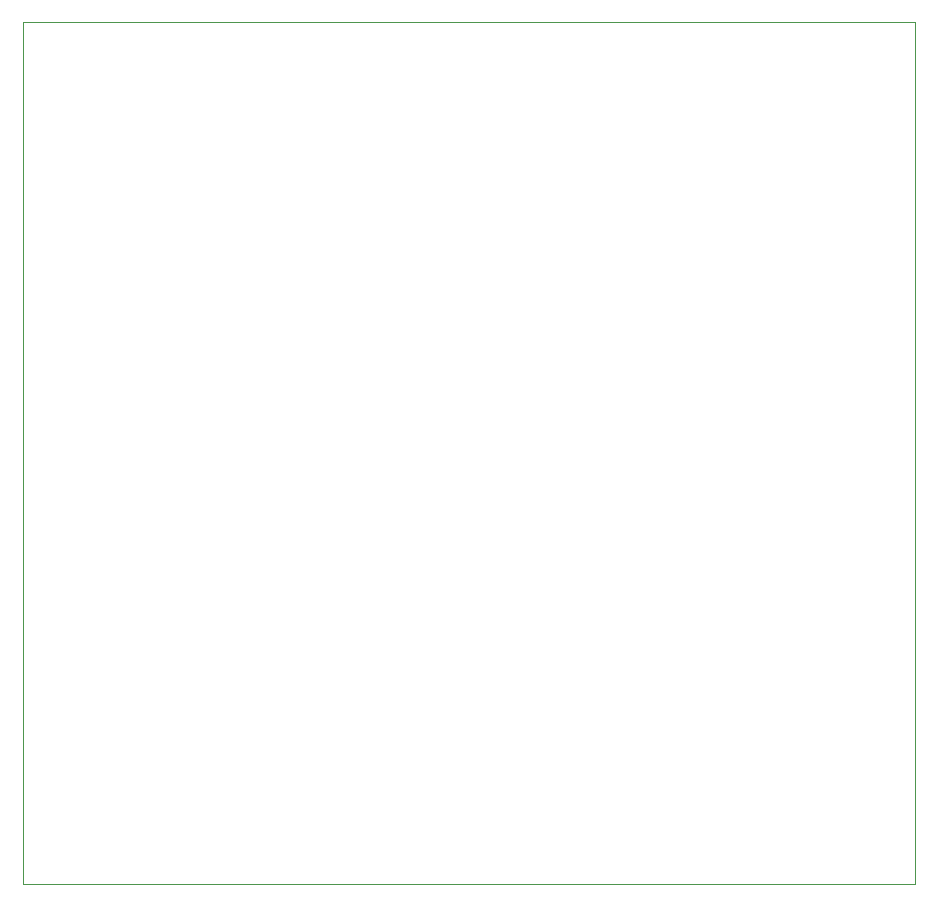
<source format=gbr>
G04 #@! TF.GenerationSoftware,KiCad,Pcbnew,(5.1.4-0-10_14)*
G04 #@! TF.CreationDate,2019-09-27T18:33:15+01:00*
G04 #@! TF.ProjectId,TopBreakout,546f7042-7265-4616-9b6f-75742e6b6963,rev?*
G04 #@! TF.SameCoordinates,Original*
G04 #@! TF.FileFunction,Profile,NP*
%FSLAX46Y46*%
G04 Gerber Fmt 4.6, Leading zero omitted, Abs format (unit mm)*
G04 Created by KiCad (PCBNEW (5.1.4-0-10_14)) date 2019-09-27 18:33:15*
%MOMM*%
%LPD*%
G04 APERTURE LIST*
%ADD10C,0.050000*%
G04 APERTURE END LIST*
D10*
X186283555Y-68491100D02*
X110718555Y-68491100D01*
X110718555Y-68491100D02*
X110718555Y-141516100D01*
X110718555Y-141516100D02*
X118338555Y-141515832D01*
X118338555Y-141515832D02*
X125958555Y-141516100D01*
X125958555Y-141516100D02*
X186283555Y-141516100D01*
X186283555Y-141516100D02*
X186283645Y-113123038D01*
X186283645Y-113123038D02*
X186283555Y-68491100D01*
M02*

</source>
